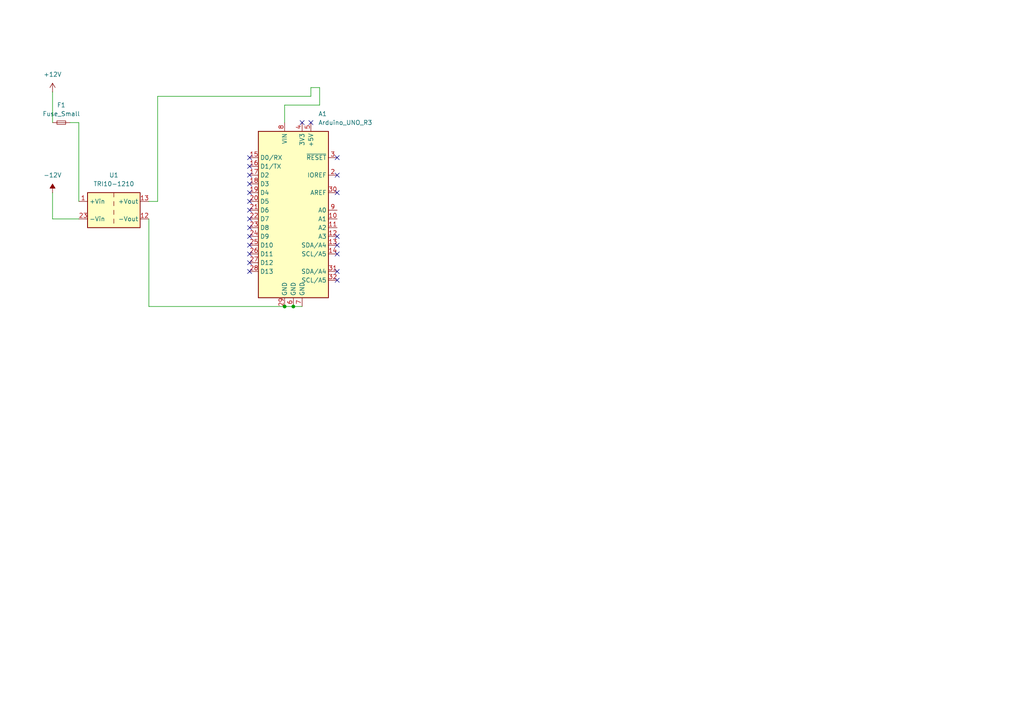
<source format=kicad_sch>
(kicad_sch (version 20250114) (generator "eeschema") (generator_version "9.0")
  (paper "A4")
  (lib_symbols
    (symbol "Converter_DCDC:TRI10-1210"
      (property "Reference" "U" (at -7.112 6.35 0))
      (property "Value" "TRI10-1210" (at 1.778 6.35 0))
      (symbol "TRI10-1210_0_1"
        (rectangle (start -7.62 5.08) (end 7.62 -5.08) (stroke (width 0.254)) (fill (type background)))
        (polyline (pts (xy 0 5.08) (xy 0 3.81)))
        (polyline (pts (xy 0 2.54) (xy 0 1.27)))
        (polyline (pts (xy 0 0) (xy 0 -1.27)))
        (polyline (pts (xy 0 -2.54) (xy 0 -3.81)))
      )
      (symbol "TRI10-1210_1_0"
        (pin power_in line (at -10.16 2.54 0) (length 2.54) (name "+Vin") (number "1"))
        (pin power_in line (at -10.16 -2.54 0) (length 2.54) (name "-Vin") (number "23"))
        (pin passive line (at -10.16 -2.54 0) (length 2.54) (hide yes) (name "-Vin") (number "24"))
        (pin power_out line (at 10.16 2.54 180) (length 2.54) (name "+Vout") (number "13"))
        (pin power_out line (at 10.16 -2.54 180) (length 2.54) (name "-Vout") (number "12"))
      )
    )
    (symbol "Device:Fuse_Small" (pin_numbers (hide yes)) (pin_names (offset 0.254) (hide yes))
      (property "Reference" "F" (at 0 -1.524 0))
      (property "Value" "Fuse_Small" (at 0 1.524 0))
      (symbol "Fuse_Small_0_1"
        (rectangle (start -1.27 0.508) (end 1.27 -0.508))
        (polyline (pts (xy -1.27 0) (xy 1.27 0)))
      )
      (symbol "Fuse_Small_1_1"
        (pin passive line (at -2.54 0 0) (length 1.27) (name "~") (number "1"))
        (pin passive line (at 2.54 0 180) (length 1.27) (name "~") (number "2"))
      )
    )
    (symbol "MCU_Module:Arduino_UNO_R3"
      (property "Reference" "A" (at -10.16 23.495 0))
      (property "Value" "Arduino_UNO_R3" (at 5.08 -26.67 0))
      (symbol "Arduino_UNO_R3_0_1"
        (rectangle (start -10.16 22.86) (end 10.16 -25.4) (stroke (width 0.254)) (fill (type background)))
      )
      (symbol "Arduino_UNO_R3_1_1"
        (pin bidirectional line (at -12.7 15.24 0) (length 2.54) (name "D0/RX") (number "15"))
        (pin bidirectional line (at -12.7 12.7 0) (length 2.54) (name "D1/TX") (number "16"))
        (pin bidirectional line (at -12.7 10.16 0) (length 2.54) (name "D2") (number "17"))
        (pin bidirectional line (at -12.7 7.62 0) (length 2.54) (name "D3") (number "18"))
        (pin bidirectional line (at -12.7 5.08 0) (length 2.54) (name "D4") (number "19"))
        (pin bidirectional line (at -12.7 2.54 0) (length 2.54) (name "D5") (number "20"))
        (pin bidirectional line (at -12.7 0 0) (length 2.54) (name "D6") (number "21"))
        (pin bidirectional line (at -12.7 -2.54 0) (length 2.54) (name "D7") (number "22"))
        (pin bidirectional line (at -12.7 -5.08 0) (length 2.54) (name "D8") (number "23"))
        (pin bidirectional line (at -12.7 -7.62 0) (length 2.54) (name "D9") (number "24"))
        (pin bidirectional line (at -12.7 -10.16 0) (length 2.54) (name "D10") (number "25"))
        (pin bidirectional line (at -12.7 -12.7 0) (length 2.54) (name "D11") (number "26"))
        (pin bidirectional line (at -12.7 -15.24 0) (length 2.54) (name "D12") (number "27"))
        (pin bidirectional line (at -12.7 -17.78 0) (length 2.54) (name "D13") (number "28"))
        (pin no_connect line (at -10.16 -20.32 0) (length 2.54) (hide yes) (name "NC") (number "1"))
        (pin power_in line (at -2.54 25.4 270) (length 2.54) (name "VIN") (number "8"))
        (pin power_in line (at -2.54 -27.94 90) (length 2.54) (name "GND") (number "29"))
        (pin power_in line (at 0 -27.94 90) (length 2.54) (name "GND") (number "6"))
        (pin power_out line (at 2.54 25.4 270) (length 2.54) (name "3V3") (number "4"))
        (pin power_in line (at 2.54 -27.94 90) (length 2.54) (name "GND") (number "7"))
        (pin power_out line (at 5.08 25.4 270) (length 2.54) (name "+5V") (number "5"))
        (pin input line (at 12.7 15.24 180) (length 2.54) (name "~{RESET}") (number "3"))
        (pin output line (at 12.7 10.16 180) (length 2.54) (name "IOREF") (number "2"))
        (pin input line (at 12.7 5.08 180) (length 2.54) (name "AREF") (number "30"))
        (pin bidirectional line (at 12.7 0 180) (length 2.54) (name "A0") (number "9"))
        (pin bidirectional line (at 12.7 -2.54 180) (length 2.54) (name "A1") (number "10"))
        (pin bidirectional line (at 12.7 -5.08 180) (length 2.54) (name "A2") (number "11"))
        (pin bidirectional line (at 12.7 -7.62 180) (length 2.54) (name "A3") (number "12"))
        (pin bidirectional line (at 12.7 -10.16 180) (length 2.54) (name "SDA/A4") (number "13"))
        (pin bidirectional line (at 12.7 -12.7 180) (length 2.54) (name "SCL/A5") (number "14"))
        (pin bidirectional line (at 12.7 -17.78 180) (length 2.54) (name "SDA/A4") (number "31"))
        (pin bidirectional line (at 12.7 -20.32 180) (length 2.54) (name "SCL/A5") (number "32"))
      )
    )
    (symbol "power:+12V" (power) (pin_numbers (hide yes)) (pin_names (offset 0) (hide yes))
      (property "Value" "+12V" (at 0 3.556 0))
      (symbol "+12V_0_1"
        (polyline (pts (xy -0.762 1.27) (xy 0 2.54)))
        (polyline (pts (xy 0 2.54) (xy 0.762 1.27)))
        (polyline (pts (xy 0 0) (xy 0 2.54)))
      )
      (symbol "+12V_1_1"
        (pin power_in line (at 0 0 90) (length 0) (name "~") (number "1"))
      )
    )
    (symbol "power:-12V" (power) (pin_numbers (hide yes)) (pin_names (offset 0) (hide yes))
      (property "Value" "-12V" (at 0 3.556 0))
      (symbol "-12V_0_0"
        (pin power_in line (at 0 0 90) (length 0) (name "~") (number "1"))
      )
      (symbol "-12V_0_1"
        (polyline (pts (xy 0 0) (xy 0 1.27) (xy 0.762 1.27) (xy 0 2.54) (xy -0.762 1.27) (xy 0 1.27)) (fill (type outline)))
      )
    )
  )
  (junction (at 85.09 88.9))
  (junction (at 82.55 88.9))
  (no_connect (at 97.79 45.72))
  (no_connect (at 72.39 60.96))
  (no_connect (at 72.39 71.12))
  (no_connect (at 90.17 35.56))
  (no_connect (at 97.79 81.28))
  (no_connect (at 97.79 71.12))
  (no_connect (at 72.39 63.5))
  (no_connect (at 72.39 58.42))
  (no_connect (at 87.63 35.56))
  (no_connect (at 72.39 53.34))
  (no_connect (at 97.79 55.88))
  (no_connect (at 72.39 45.72))
  (no_connect (at 72.39 68.58))
  (no_connect (at 97.79 73.66))
  (no_connect (at 72.39 48.26))
  (no_connect (at 72.39 73.66))
  (no_connect (at 72.39 66.04))
  (no_connect (at 97.79 50.8))
  (no_connect (at 72.39 50.8))
  (no_connect (at 97.79 78.74))
  (no_connect (at 72.39 76.2))
  (no_connect (at 72.39 55.88))
  (no_connect (at 97.79 68.58))
  (no_connect (at 72.39 78.74))
  (wire (pts (xy 90.17 25.4) (xy 92.71 25.4)))
  (wire (pts (xy 90.17 27.94) (xy 45.72 27.94)))
  (wire (pts (xy 15.24 26.67) (xy 15.24 35.56)))
  (wire (pts (xy 82.55 30.48) (xy 92.71 30.48)))
  (wire (pts (xy 82.55 30.48) (xy 82.55 35.56)))
  (wire (pts (xy 45.72 58.42) (xy 45.72 27.94)))
  (wire (pts (xy 43.18 88.9) (xy 82.55 88.9)))
  (wire (pts (xy 92.71 25.4) (xy 92.71 30.48)))
  (wire (pts (xy 43.18 58.42) (xy 45.72 58.42)))
  (wire (pts (xy 15.24 55.88) (xy 15.24 63.5)))
  (wire (pts (xy 43.18 63.5) (xy 43.18 88.9)))
  (wire (pts (xy 85.09 88.9) (xy 87.63 88.9)))
  (wire (pts (xy 15.24 63.5) (xy 22.86 63.5)))
  (wire (pts (xy 20.32 35.56) (xy 22.86 35.56)))
  (wire (pts (xy 90.17 25.4) (xy 90.17 27.94)))
  (wire (pts (xy 82.55 88.9) (xy 85.09 88.9)))
  (wire (pts (xy 22.86 35.56) (xy 22.86 58.42)))
  (symbol (lib_id "power:+12V") (at 15.24 26.67 0) (unit 1)
    (property "Reference" "#PWR02" (effects (hide yes)))
    (property "Value" "+12V" (at 15.24 21.59 0))
    (property "Description" "Power symbol creates a global label with name \"+12V\"" (effects (hide yes)))
  )
  (symbol (lib_id "power:-12V") (at 15.24 55.88 0) (unit 1)
    (property "Reference" "#PWR01" (effects (hide yes)))
    (property "Value" "-12V" (at 15.24 50.8 0))
    (property "Description" "Power symbol creates a global label with name \"-12V\"" (effects (hide yes)))
  )
  (symbol (lib_id "Device:Fuse_Small") (at 17.78 35.56 0) (unit 1)
    (property "Reference" "F1" (at 17.78 30.48 0))
    (property "Value" "Fuse_Small" (at 17.78 33.02 0))
    (property "Description" "Fuse, small symbol" (effects (hide yes)))
  )
  (symbol (lib_id "Converter_DCDC:TRI10-1210") (at 33.02 60.96 0) (unit 1)
    (property "Reference" "U1" (at 33.02 50.8 0))
    (property "Value" "TRI10-1210" (at 33.02 53.34 0))
    (property "Footprint" "Converter_DCDC:Converter_DCDC_TRACO_TRI10_Single_THT" (effects (hide yes)))
    (property "Datasheet" "https://www.tracopower.com/products/tri10.pdf" (effects (hide yes)))
    (property "Description" "10W DC/DC industrial converter regulated, 9-18V input, 3.3V fixed output voltage, 2.7A output, 5.0kVAC isolation, DIP-24" (effects (hide yes)))
  )
  (symbol (lib_id "MCU_Module:Arduino_UNO_R3") (at 85.09 60.96 0) (unit 1)
    (property "Reference" "A1" (at 92.3133 33.02 0) (effects (justify left)))
    (property "Value" "Arduino_UNO_R3" (at 92.3133 35.56 0) (effects (justify left)))
    (property "Footprint" "Module:Arduino_UNO_R3" (effects (hide yes)))
    (property "Datasheet" "https://www.arduino.cc/en/Main/arduinoBoardUno" (effects (hide yes)))
    (property "Description" "Arduino UNO Microcontroller Module, release 3" (effects (hide yes)))
  )
)
</source>
